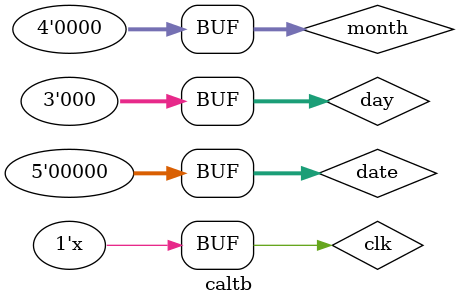
<source format=v>
module caltb;
   wire [2:0] Day;
   wire [4:0] Date;
   wire [3:0] Month;
   reg [2:0] day;
   reg [4:0] date;
   reg [3:0] month;
   reg 	clk;
   
   cal my_cal(clk, day, date, month, Day, Date, Month);


   initial
     begin
    	$dumpfile("tb.vcd");
    	$dumpvars(0,caltb);
    	day = 0;
    	date = 0;
    	month = 0;
      clk=1;
     end
     always
       begin
         #1 clk = ~clk;
       end
endmodule // caltb

</source>
